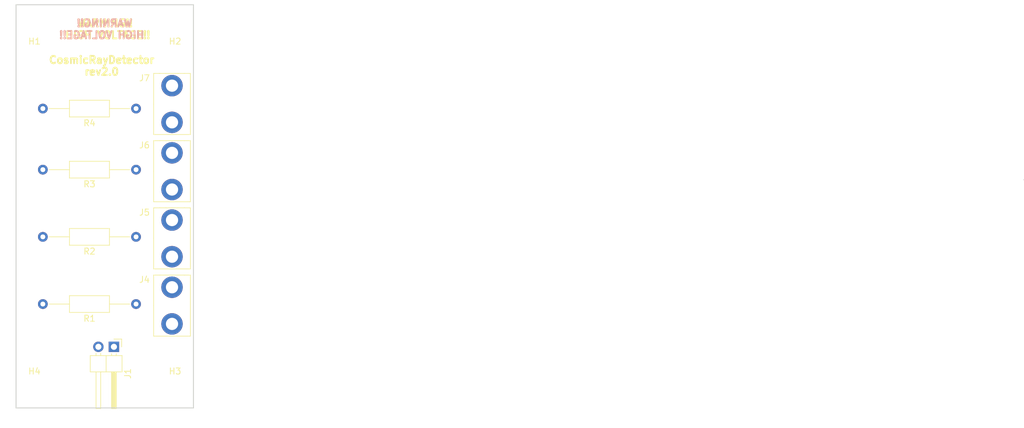
<source format=kicad_pcb>
(kicad_pcb (version 20210623) (generator pcbnew)
  (layers (0 "F.Cu" signal) (31 "B.Cu" signal) (34 "B.Paste" user) (35 "F.Paste" user) (36 "B.SilkS" user "B.Silkscreen") (37 "F.SilkS" user "F.Silkscreen") (38 "B.Mask" user) (39 "F.Mask" user) (44 "Edge.Cuts" user))
  (net 0 "")
  (net 1 "/GMTubeConnector/HIGH_VOLTAGE")
  (net 2 "Net-(J4-Pad1)")
  (net 3 "Net-(J5-Pad1)")
  (net 4 "Net-(J6-Pad1)")
  (net 5 "Net-(J7-Pad1)")
  (footprint "Resistor_THT:R_Axial_DIN0207_L6.3mm_D2.5mm_P15.24mm_Horizontal" (layer "F.Cu") (at 50.62 71 180)
    (fp_text reference "R1" (at 7.62 -2.37) (layer "F.SilkS"))
    (fp_text value "6M8")
    (fp_line (start 14.2 0) (end 10.89 0) (layer "F.SilkS") (width 0.12))
    (fp_line (start 4.35 -1.37) (end 4.35 1.37) (layer "F.SilkS") (width 0.12))
    (fp_line (start 10.89 1.37) (end 10.89 -1.37) (layer "F.SilkS") (width 0.12))
    (fp_line (start 4.35 1.37) (end 10.89 1.37) (layer "F.SilkS") (width 0.12))
    (fp_line (start 1.04 0) (end 4.35 0) (layer "F.SilkS") (width 0.12))
    (fp_line (start 10.89 -1.37) (end 4.35 -1.37) (layer "F.SilkS") (width 0.12))
    (pad "1" thru_hole circle locked (at 0 0 180) (size 1.6 1.6) (drill 0.8) (layers *.Cu *.Mask) (net 1 "/GMTubeConnector/HIGH_VOLTAGE"))
    (pad "2" thru_hole oval locked (at 15.24 0 180) (size 1.6 1.6) (drill 0.8) (layers *.Cu *.Mask) (net 2 "Net-(J4-Pad1)"))
  )
  (footprint "CosmicRayDetector:GeigerTube" (layer "F.Cu") (at 48.5 71.25 90)
    (fp_text reference "J4" (at 4.25 3.5 180) (layer "F.SilkS"))
    (fp_text value "Conn_01x01_Female")
    (fp_line (start 5 10) (end 5 11) (layer "F.SilkS") (width 0.12))
    (fp_line (start 0 5) (end 5 5) (layer "F.SilkS") (width 0.12))
    (fp_line (start 5 9) (end 5 10) (layer "F.SilkS") (width 0.12))
    (fp_line (start 5 7) (end 5 8) (layer "F.SilkS") (width 0.12))
    (fp_line (start 5 5) (end 5 6) (layer "F.SilkS") (width 0.12))
    (fp_line (start 5 11) (end -5 11) (layer "F.SilkS") (width 0.12))
    (fp_line (start 5 6) (end 5 7) (layer "F.SilkS") (width 0.12))
    (fp_line (start 5 8) (end 5 9) (layer "F.SilkS") (width 0.12))
    (fp_line (start -5 11) (end -5 5) (layer "F.SilkS") (width 0.12))
    (fp_line (start -5 5) (end 0 5) (layer "F.SilkS") (width 0.12))
    (pad "1" thru_hole circle locked (at 3 8 90) (size 3.5 3.5) (drill 2) (layers *.Cu *.Mask) (net 2 "Net-(J4-Pad1)"))
    (pad "1" thru_hole circle locked (at -3 8 90) (size 3.5 3.5) (drill 2) (layers *.Cu *.Mask) (net 2 "Net-(J4-Pad1)"))
  )
  (footprint "CosmicRayDetector:GeigerTube" (layer "F.Cu") (at 48.5 60.25 90)
    (fp_text reference "J5" (at 4.25 3.5 180) (layer "F.SilkS"))
    (fp_text value "Conn_01x01_Female")
    (fp_line (start 5 8) (end 5 9) (layer "F.SilkS") (width 0.12))
    (fp_line (start 5 11) (end -5 11) (layer "F.SilkS") (width 0.12))
    (fp_line (start 5 7) (end 5 8) (layer "F.SilkS") (width 0.12))
    (fp_line (start -5 5) (end 0 5) (layer "F.SilkS") (width 0.12))
    (fp_line (start 0 5) (end 5 5) (layer "F.SilkS") (width 0.12))
    (fp_line (start 5 5) (end 5 6) (layer "F.SilkS") (width 0.12))
    (fp_line (start 5 6) (end 5 7) (layer "F.SilkS") (width 0.12))
    (fp_line (start 5 10) (end 5 11) (layer "F.SilkS") (width 0.12))
    (fp_line (start 5 9) (end 5 10) (layer "F.SilkS") (width 0.12))
    (fp_line (start -5 11) (end -5 5) (layer "F.SilkS") (width 0.12))
    (pad "1" thru_hole circle locked (at -3 8 90) (size 3.5 3.5) (drill 2) (layers *.Cu *.Mask) (net 3 "Net-(J5-Pad1)"))
    (pad "1" thru_hole circle locked (at 3 8 90) (size 3.5 3.5) (drill 2) (layers *.Cu *.Mask) (net 3 "Net-(J5-Pad1)"))
  )
  (footprint "CosmicRayDetector:GeigerTube" (layer "F.Cu") (at 48.5 49.25 90)
    (fp_text reference "J6" (at 4.25 3.5 180) (layer "F.SilkS"))
    (fp_text value "Conn_01x01_Female")
    (fp_line (start 5 5) (end 5 6) (layer "F.SilkS") (width 0.12))
    (fp_line (start 5 10) (end 5 11) (layer "F.SilkS") (width 0.12))
    (fp_line (start -5 5) (end 0 5) (layer "F.SilkS") (width 0.12))
    (fp_line (start 5 11) (end -5 11) (layer "F.SilkS") (width 0.12))
    (fp_line (start 5 9) (end 5 10) (layer "F.SilkS") (width 0.12))
    (fp_line (start 5 6) (end 5 7) (layer "F.SilkS") (width 0.12))
    (fp_line (start 0 5) (end 5 5) (layer "F.SilkS") (width 0.12))
    (fp_line (start 5 8) (end 5 9) (layer "F.SilkS") (width 0.12))
    (fp_line (start 5 7) (end 5 8) (layer "F.SilkS") (width 0.12))
    (fp_line (start -5 11) (end -5 5) (layer "F.SilkS") (width 0.12))
    (pad "1" thru_hole circle locked (at 3 8 90) (size 3.5 3.5) (drill 2) (layers *.Cu *.Mask) (net 4 "Net-(J6-Pad1)"))
    (pad "1" thru_hole circle locked (at -3 8 90) (size 3.5 3.5) (drill 2) (layers *.Cu *.Mask) (net 4 "Net-(J6-Pad1)"))
  )
  (footprint "MountingHole:MountingHole_3.5mm" (layer "F.Cu") (at 34 25)
    (fp_text reference "H1" (at 0 3) (layer "F.SilkS"))
    (fp_text value "MountingHole")
    (pad "1" np_thru_hole circle locked (at 0 0) (size 3.5 3.5) (drill 3.5) (layers *.Cu *.Mask))
  )
  (footprint "MountingHole:MountingHole_3.5mm" (layer "F.Cu") (at 57 25)
    (fp_text reference "H2" (at 0 3) (layer "F.SilkS"))
    (fp_text value "MountingHole")
    (pad "1" np_thru_hole circle locked (at 0 0) (size 3.5 3.5) (drill 3.5) (layers *.Cu *.Mask))
  )
  (footprint "MountingHole:MountingHole_3.5mm" (layer "F.Cu") (at 57 85)
    (fp_text reference "H3" (at 0 -3) (layer "F.SilkS"))
    (fp_text value "MountingHole")
    (pad "1" np_thru_hole circle locked (at 0 0) (size 3.5 3.5) (drill 3.5) (layers *.Cu *.Mask))
  )
  (footprint "MountingHole:MountingHole_3.5mm" (layer "F.Cu") (at 34 85)
    (fp_text reference "H4" (at 0 -3) (layer "F.SilkS"))
    (fp_text value "MountingHole")
    (pad "1" np_thru_hole circle locked (at 0 0) (size 3.5 3.5) (drill 3.5) (layers *.Cu *.Mask))
  )
  (footprint "Resistor_THT:R_Axial_DIN0207_L6.3mm_D2.5mm_P15.24mm_Horizontal" (layer "F.Cu") (at 50.62 60 180)
    (fp_text reference "R2" (at 7.62 -2.37) (layer "F.SilkS"))
    (fp_text value "6M8")
    (fp_line (start 10.89 1.37) (end 10.89 -1.37) (layer "F.SilkS") (width 0.12))
    (fp_line (start 4.35 -1.37) (end 4.35 1.37) (layer "F.SilkS") (width 0.12))
    (fp_line (start 10.89 -1.37) (end 4.35 -1.37) (layer "F.SilkS") (width 0.12))
    (fp_line (start 14.2 0) (end 10.89 0) (layer "F.SilkS") (width 0.12))
    (fp_line (start 1.04 0) (end 4.35 0) (layer "F.SilkS") (width 0.12))
    (fp_line (start 4.35 1.37) (end 10.89 1.37) (layer "F.SilkS") (width 0.12))
    (pad "1" thru_hole circle locked (at 0 0 180) (size 1.6 1.6) (drill 0.8) (layers *.Cu *.Mask) (net 1 "/GMTubeConnector/HIGH_VOLTAGE"))
    (pad "2" thru_hole oval locked (at 15.24 0 180) (size 1.6 1.6) (drill 0.8) (layers *.Cu *.Mask) (net 3 "Net-(J5-Pad1)"))
  )
  (footprint "Connector_PinHeader_2.54mm:PinHeader_1x02_P2.54mm_Horizontal" (layer "F.Cu") (at 47 78 -90)
    (fp_text reference "J1" (at 4.385 -2.27 90) (layer "F.SilkS"))
    (fp_text value "Conn_01x02_Male")
    (fp_line (start 1.44 1.27) (end 4.1 1.27) (layer "F.SilkS") (width 0.12))
    (fp_line (start 4.1 -1.33) (end 1.44 -1.33) (layer "F.SilkS") (width 0.12))
    (fp_line (start 1.042929 2.92) (end 1.44 2.92) (layer "F.SilkS") (width 0.12))
    (fp_line (start 4.1 0.28) (end 10.1 0.28) (layer "F.SilkS") (width 0.12))
    (fp_line (start 4.1 -0.38) (end 10.1 -0.38) (layer "F.SilkS") (width 0.12))
    (fp_line (start 1.11 0.38) (end 1.44 0.38) (layer "F.SilkS") (width 0.12))
    (fp_line (start 10.1 2.16) (end 10.1 2.92) (layer "F.SilkS") (width 0.12))
    (fp_line (start -1.27 0) (end -1.27 -1.27) (layer "F.SilkS") (width 0.12))
    (fp_line (start 4.1 3.87) (end 4.1 -1.33) (layer "F.SilkS") (width 0.12))
    (fp_line (start 1.44 3.87) (end 4.1 3.87) (layer "F.SilkS") (width 0.12))
    (fp_line (start 10.1 2.92) (end 4.1 2.92) (layer "F.SilkS") (width 0.12))
    (fp_line (start -1.27 -1.27) (end 0 -1.27) (layer "F.SilkS") (width 0.12))
    (fp_line (start 4.1 -0.2) (end 10.1 -0.2) (layer "F.SilkS") (width 0.12))
    (fp_line (start 1.11 -0.38) (end 1.44 -0.38) (layer "F.SilkS") (width 0.12))
    (fp_line (start 4.1 2.16) (end 10.1 2.16) (layer "F.SilkS") (width 0.12))
    (fp_line (start 4.1 0.16) (end 10.1 0.16) (layer "F.SilkS") (width 0.12))
    (fp_line (start 10.1 0.38) (end 4.1 0.38) (layer "F.SilkS") (width 0.12))
    (fp_line (start 4.1 -0.08) (end 10.1 -0.08) (layer "F.SilkS") (width 0.12))
    (fp_line (start 10.1 -0.38) (end 10.1 0.38) (layer "F.SilkS") (width 0.12))
    (fp_line (start 1.44 -1.33) (end 1.44 3.87) (layer "F.SilkS") (width 0.12))
    (fp_line (start 1.042929 2.16) (end 1.44 2.16) (layer "F.SilkS") (width 0.12))
    (fp_line (start 4.1 0.04) (end 10.1 0.04) (layer "F.SilkS") (width 0.12))
    (fp_line (start 4.1 -0.32) (end 10.1 -0.32) (layer "F.SilkS") (width 0.12))
    (pad "1" thru_hole rect locked (at 0 0 270) (size 1.7 1.7) (drill 1) (layers *.Cu *.Mask) (net 1 "/GMTubeConnector/HIGH_VOLTAGE"))
    (pad "2" thru_hole oval locked (at 0 2.54 270) (size 1.7 1.7) (drill 1) (layers *.Cu *.Mask) (net 1 "/GMTubeConnector/HIGH_VOLTAGE"))
  )
  (footprint "Resistor_THT:R_Axial_DIN0207_L6.3mm_D2.5mm_P15.24mm_Horizontal" (layer "F.Cu") (at 50.62 39 180)
    (fp_text reference "R4" (at 7.62 -2.37) (layer "F.SilkS"))
    (fp_text value "6M8")
    (fp_line (start 14.2 0) (end 10.89 0) (layer "F.SilkS") (width 0.12))
    (fp_line (start 1.04 0) (end 4.35 0) (layer "F.SilkS") (width 0.12))
    (fp_line (start 4.35 -1.37) (end 4.35 1.37) (layer "F.SilkS") (width 0.12))
    (fp_line (start 10.89 -1.37) (end 4.35 -1.37) (layer "F.SilkS") (width 0.12))
    (fp_line (start 10.89 1.37) (end 10.89 -1.37) (layer "F.SilkS") (width 0.12))
    (fp_line (start 4.35 1.37) (end 10.89 1.37) (layer "F.SilkS") (width 0.12))
    (pad "1" thru_hole circle locked (at 0 0 180) (size 1.6 1.6) (drill 0.8) (layers *.Cu *.Mask) (net 1 "/GMTubeConnector/HIGH_VOLTAGE"))
    (pad "2" thru_hole oval locked (at 15.24 0 180) (size 1.6 1.6) (drill 0.8) (layers *.Cu *.Mask) (net 5 "Net-(J7-Pad1)"))
  )
  (footprint "CosmicRayDetector:GeigerTube" (layer "F.Cu") (at 48.5 38.25 90)
    (fp_text reference "J7" (at 4.25 3.5 180) (layer "F.SilkS"))
    (fp_text value "Conn_01x01_Female")
    (fp_line (start 5 7) (end 5 8) (layer "F.SilkS") (width 0.12))
    (fp_line (start 0 5) (end 5 5) (layer "F.SilkS") (width 0.12))
    (fp_line (start -5 11) (end -5 5) (layer "F.SilkS") (width 0.12))
    (fp_line (start 5 9) (end 5 10) (layer "F.SilkS") (width 0.12))
    (fp_line (start 5 10) (end 5 11) (layer "F.SilkS") (width 0.12))
    (fp_line (start 5 11) (end -5 11) (layer "F.SilkS") (width 0.12))
    (fp_line (start 5 8) (end 5 9) (layer "F.SilkS") (width 0.12))
    (fp_line (start -5 5) (end 0 5) (layer "F.SilkS") (width 0.12))
    (fp_line (start 5 5) (end 5 6) (layer "F.SilkS") (width 0.12))
    (fp_line (start 5 6) (end 5 7) (layer "F.SilkS") (width 0.12))
    (pad "1" thru_hole circle locked (at -3 8 90) (size 3.5 3.5) (drill 2) (layers *.Cu *.Mask) (net 5 "Net-(J7-Pad1)"))
    (pad "1" thru_hole circle locked (at 3 8 90) (size 3.5 3.5) (drill 2) (layers *.Cu *.Mask) (net 5 "Net-(J7-Pad1)"))
  )
  (footprint "Resistor_THT:R_Axial_DIN0207_L6.3mm_D2.5mm_P15.24mm_Horizontal" (layer "F.Cu") (at 50.62 49 180)
    (fp_text reference "R3" (at 7.62 -2.37) (layer "F.SilkS"))
    (fp_text value "6M8")
    (fp_line (start 4.35 -1.37) (end 4.35 1.37) (layer "F.SilkS") (width 0.12))
    (fp_line (start 10.89 1.37) (end 10.89 -1.37) (layer "F.SilkS") (width 0.12))
    (fp_line (start 1.04 0) (end 4.35 0) (layer "F.SilkS") (width 0.12))
    (fp_line (start 10.89 -1.37) (end 4.35 -1.37) (layer "F.SilkS") (width 0.12))
    (fp_line (start 14.2 0) (end 10.89 0) (layer "F.SilkS") (width 0.12))
    (fp_line (start 4.35 1.37) (end 10.89 1.37) (layer "F.SilkS") (width 0.12))
    (pad "1" thru_hole circle locked (at 0 0 180) (size 1.6 1.6) (drill 0.8) (layers *.Cu *.Mask) (net 1 "/GMTubeConnector/HIGH_VOLTAGE"))
    (pad "2" thru_hole oval locked (at 15.24 0 180) (size 1.6 1.6) (drill 0.8) (layers *.Cu *.Mask) (net 4 "Net-(J6-Pad1)"))
  )
  (gr_line (start 31 88) (end 60 88) (layer "Edge.Cuts") (width 0.15))
  (gr_line (start 31 88) (end 31 22) (layer "Edge.Cuts") (width 0.15))
  (gr_line (start 31 22) (end 60 22) (layer "Edge.Cuts") (width 0.15))
  (gr_line (start 60 22) (end 60 88) (layer "Edge.Cuts") (width 0.15))
  (gr_line (start 195.756 50.656) (end 195.756 50.656) (layer "Edge.Cuts") (width 0.15))
  (gr_text "WARNING!! \nHIGH VOLTAGE!!" (at 45 26) (layer "B.SilkS") (effects (font (size 1.2 1.2) (thickness 0.3)) (justify mirror)))
  (gr_text "CosmicRayDetector\nrev2.0" (at 45 32) (layer "F.SilkS") (effects (font (size 1.2 1.2) (thickness 0.3))))
  (gr_text "WARNING!! \nHIGH VOLTAGE!!" (at 46 26) (layer "F.SilkS") (effects (font (size 1.2 1.2) (thickness 0.3))))
)
</source>
